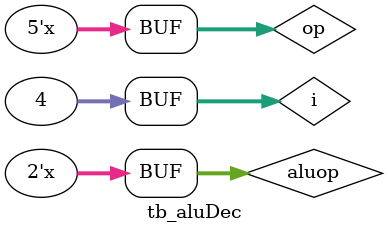
<source format=sv>
`ifndef TB_ALUDEC
`define TB_ALUDEC

`timescale 1ns/100ps

module tb_aluDec();
        reg [4:0] op;
        reg [1:0] aluop;
	wire [3:0] alucontrol; 
        int i;

        aluDec uut(.op(op), .aluop(aluop), .alucontrol(alucontrol));

        initial
        begin
                $display("op\taluop\talucontrol");
                $monitor("%b\t%b\t%b", op, aluop, alucontrol);
        end

        initial
        begin

                op <= 5'b00000;
		aluop <= 2'b00;
                
		for (i = 0; i < 32; i = i + 1)
                begin
			op = op + 5'b00001;
			#1;
		end
		op <= 5'bxxxxx;
		for (i = 0; i < 4; i = i + 1)
		begin
			aluop = aluop + 2'b01;
			#1;
		end
	end


endmodule //tb_aluDec
`endif

</source>
